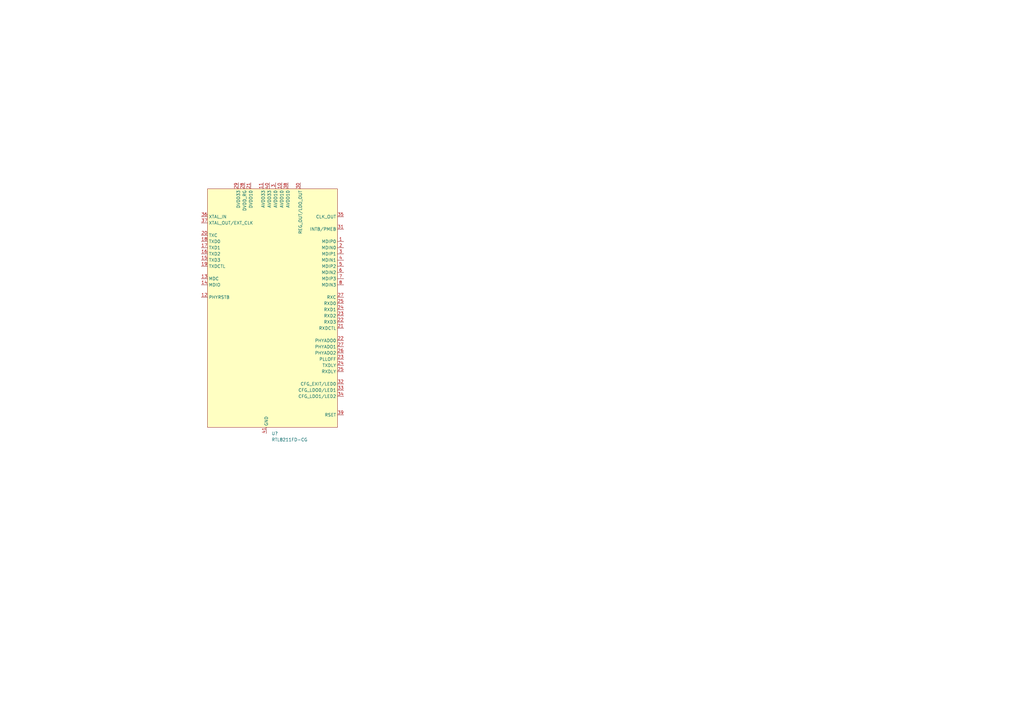
<source format=kicad_sch>
(kicad_sch (version 20250114) (generator "eeschema") (generator_version "9.0")
  (paper "A3")
  (lib_symbols
    (symbol "SoftServicesSymbolLibrary:RTL8211FD-CG"
      (property "Reference" "U" (at -1.016 42.418 0))
      (property "Value" "RTL8211FD-CG" (at 0 0 0))
      (symbol "RTL8211FD-CG_1_1"
        (rectangle (start -24.13 24.13) (end 29.21 -73.66) (fill (type background)))
        (pin input line (at -26.67 12.7 0) (length 2.54) (name "XTAL_IN") (number "36"))
        (pin output line (at -26.67 10.16 0) (length 2.54) (name "XTAL_OUT/EXT_CLK") (number "37"))
        (pin input line (at -26.67 5.08 0) (length 2.54) (name "TXC") (number "20"))
        (pin input line (at -26.67 2.54 0) (length 2.54) (name "TXD0") (number "18"))
        (pin input line (at -26.67 0 0) (length 2.54) (name "TXD1") (number "17"))
        (pin input line (at -26.67 -2.54 0) (length 2.54) (name "TXD2") (number "16"))
        (pin input line (at -26.67 -5.08 0) (length 2.54) (name "TXD3") (number "15"))
        (pin input line (at -26.67 -7.62 0) (length 2.54) (name "TXDCTL") (number "19"))
        (pin input line (at -26.67 -12.7 0) (length 2.54) (name "MDC") (number "13"))
        (pin bidirectional line (at -26.67 -15.24 0) (length 2.54) (name "MDIO") (number "14"))
        (pin input line (at -26.67 -20.32 0) (length 2.54) (name "PHYRSTB") (number "12"))
        (pin power_in line (at -11.43 26.67 270) (length 2.54) (name "DVDD33") (number "29"))
        (pin power_in line (at -8.89 26.67 270) (length 2.54) (name "DVDD_RG") (number "28"))
        (pin power_in line (at -6.35 26.67 270) (length 2.54) (name "DVDD10") (number "21"))
        (pin power_in line (at -1.27 26.67 270) (length 2.54) (name "AVDD33") (number "11"))
        (pin power_in line (at 0 -76.2 90) (length 2.54) (name "GND") (number "41"))
        (pin power_in line (at 1.27 26.67 270) (length 2.54) (name "AVDD33") (number "40"))
        (pin power_in line (at 3.81 26.67 270) (length 2.54) (name "AVDD10") (number "3"))
        (pin power_in line (at 6.35 26.67 270) (length 2.54) (name "AVDD10") (number "10"))
        (pin power_in line (at 8.89 26.67 270) (length 2.54) (name "AVDD10") (number "38"))
        (pin output line (at 13.97 26.67 270) (length 2.54) (name "REG_OUT/LDO_OUT") (number "30"))
        (pin output line (at 31.75 12.7 180) (length 2.54) (name "CLK_OUT") (number "35"))
        (pin output line (at 31.75 7.62 180) (length 2.54) (name "INTB/PMEB") (number "31"))
        (pin bidirectional line (at 31.75 2.54 180) (length 2.54) (name "MDIP0") (number "1"))
        (pin bidirectional line (at 31.75 0 180) (length 2.54) (name "MDIN0") (number "2"))
        (pin bidirectional line (at 31.75 -2.54 180) (length 2.54) (name "MDIP1") (number "3"))
        (pin bidirectional line (at 31.75 -5.08 180) (length 2.54) (name "MDIN1") (number "4"))
        (pin bidirectional line (at 31.75 -7.62 180) (length 2.54) (name "MDIP2") (number "5"))
        (pin bidirectional line (at 31.75 -10.16 180) (length 2.54) (name "MDIN2") (number "6"))
        (pin bidirectional line (at 31.75 -12.7 180) (length 2.54) (name "MDIP3") (number "7"))
        (pin bidirectional line (at 31.75 -15.24 180) (length 2.54) (name "MDIN3") (number "8"))
        (pin output line (at 31.75 -20.32 180) (length 2.54) (name "RXC") (number "27"))
        (pin output line (at 31.75 -22.86 180) (length 2.54) (name "RXD0") (number "25"))
        (pin output line (at 31.75 -25.4 180) (length 2.54) (name "RXD1") (number "24"))
        (pin output line (at 31.75 -27.94 180) (length 2.54) (name "RXD2") (number "23"))
        (pin output line (at 31.75 -30.48 180) (length 2.54) (name "RXD3") (number "22"))
        (pin output line (at 31.75 -33.02 180) (length 2.54) (name "RXDCTL") (number "21"))
        (pin output line (at 31.75 -38.1 180) (length 2.54) (name "PHYADO0") (number "22"))
        (pin output line (at 31.75 -40.64 180) (length 2.54) (name "PHYADO1") (number "27"))
        (pin output line (at 31.75 -43.18 180) (length 2.54) (name "PHYADO2") (number "26"))
        (pin output line (at 31.75 -45.72 180) (length 2.54) (name "PLLOFF") (number "23"))
        (pin output line (at 31.75 -48.26 180) (length 2.54) (name "TXDLY") (number "24"))
        (pin output line (at 31.75 -50.8 180) (length 2.54) (name "RXDLY") (number "25"))
        (pin output line (at 31.75 -55.88 180) (length 2.54) (name "CFG_EXIT/LED0") (number "32"))
        (pin output line (at 31.75 -58.42 180) (length 2.54) (name "CFG_LDO0/LED1") (number "33"))
        (pin output line (at 31.75 -60.96 180) (length 2.54) (name "CFG_LDO1/LED2") (number "34"))
        (pin output line (at 31.75 -68.58 180) (length 2.54) (name "RSET") (number "39"))
      )
    )
  )
  (symbol (lib_id "SoftServicesSymbolLibrary:RTL8211FD-CG") (at 109.22 101.6 0) (unit 1)
    (property "Reference" "U?" (at 111.3633 177.8 0) (effects (justify left)))
    (property "Value" "RTL8211FD-CG" (at 111.3633 180.34 0) (effects (justify left)))
  )
)
</source>
